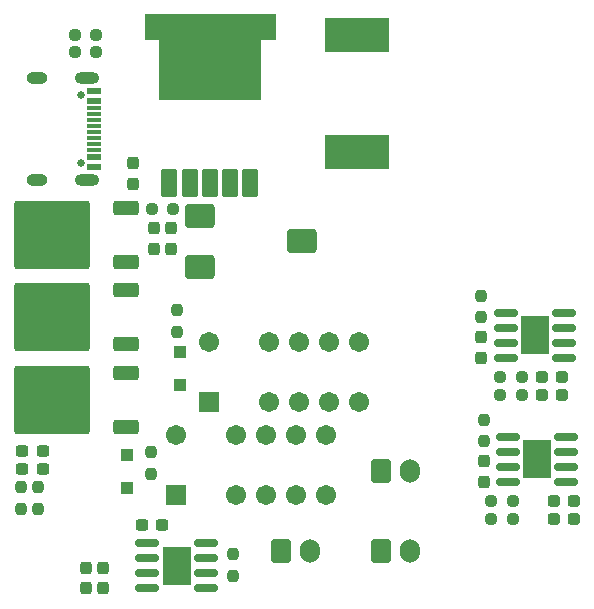
<source format=gbr>
%TF.GenerationSoftware,KiCad,Pcbnew,9.0.2*%
%TF.CreationDate,2025-10-13T00:09:24+02:00*%
%TF.ProjectId,STM32 RC AUTO,53544d33-3220-4524-9320-4155544f2e6b,rev?*%
%TF.SameCoordinates,Original*%
%TF.FileFunction,Soldermask,Top*%
%TF.FilePolarity,Negative*%
%FSLAX46Y46*%
G04 Gerber Fmt 4.6, Leading zero omitted, Abs format (unit mm)*
G04 Created by KiCad (PCBNEW 9.0.2) date 2025-10-13 00:09:24*
%MOMM*%
%LPD*%
G01*
G04 APERTURE LIST*
G04 Aperture macros list*
%AMRoundRect*
0 Rectangle with rounded corners*
0 $1 Rounding radius*
0 $2 $3 $4 $5 $6 $7 $8 $9 X,Y pos of 4 corners*
0 Add a 4 corners polygon primitive as box body*
4,1,4,$2,$3,$4,$5,$6,$7,$8,$9,$2,$3,0*
0 Add four circle primitives for the rounded corners*
1,1,$1+$1,$2,$3*
1,1,$1+$1,$4,$5*
1,1,$1+$1,$6,$7*
1,1,$1+$1,$8,$9*
0 Add four rect primitives between the rounded corners*
20,1,$1+$1,$2,$3,$4,$5,0*
20,1,$1+$1,$4,$5,$6,$7,0*
20,1,$1+$1,$6,$7,$8,$9,0*
20,1,$1+$1,$8,$9,$2,$3,0*%
G04 Aperture macros list end*
%ADD10C,0.010000*%
%ADD11RoundRect,0.102000X0.535000X-1.080000X0.535000X1.080000X-0.535000X1.080000X-0.535000X-1.080000X0*%
%ADD12RoundRect,0.250000X-1.000000X-0.750000X1.000000X-0.750000X1.000000X0.750000X-1.000000X0.750000X0*%
%ADD13RoundRect,0.237500X0.250000X0.237500X-0.250000X0.237500X-0.250000X-0.237500X0.250000X-0.237500X0*%
%ADD14RoundRect,0.237500X-0.250000X-0.237500X0.250000X-0.237500X0.250000X0.237500X-0.250000X0.237500X0*%
%ADD15RoundRect,0.250000X-0.600000X-0.750000X0.600000X-0.750000X0.600000X0.750000X-0.600000X0.750000X0*%
%ADD16O,1.700000X2.000000*%
%ADD17RoundRect,0.237500X-0.237500X0.287500X-0.237500X-0.287500X0.237500X-0.287500X0.237500X0.287500X0*%
%ADD18RoundRect,0.237500X-0.237500X0.250000X-0.237500X-0.250000X0.237500X-0.250000X0.237500X0.250000X0*%
%ADD19RoundRect,0.237500X0.237500X-0.250000X0.237500X0.250000X-0.237500X0.250000X-0.237500X-0.250000X0*%
%ADD20RoundRect,0.250000X0.300000X-0.300000X0.300000X0.300000X-0.300000X0.300000X-0.300000X-0.300000X0*%
%ADD21RoundRect,0.237500X0.287500X0.237500X-0.287500X0.237500X-0.287500X-0.237500X0.287500X-0.237500X0*%
%ADD22RoundRect,0.237500X-0.237500X0.300000X-0.237500X-0.300000X0.237500X-0.300000X0.237500X0.300000X0*%
%ADD23RoundRect,0.237500X0.300000X0.237500X-0.300000X0.237500X-0.300000X-0.237500X0.300000X-0.237500X0*%
%ADD24R,2.410000X3.300000*%
%ADD25RoundRect,0.150000X-0.825000X-0.150000X0.825000X-0.150000X0.825000X0.150000X-0.825000X0.150000X0*%
%ADD26RoundRect,0.150000X0.825000X0.150000X-0.825000X0.150000X-0.825000X-0.150000X0.825000X-0.150000X0*%
%ADD27RoundRect,0.237500X-0.300000X-0.237500X0.300000X-0.237500X0.300000X0.237500X-0.300000X0.237500X0*%
%ADD28RoundRect,0.102000X-0.754000X-0.754000X0.754000X-0.754000X0.754000X0.754000X-0.754000X0.754000X0*%
%ADD29C,1.712000*%
%ADD30R,5.400000X2.900000*%
%ADD31RoundRect,0.250000X0.850000X0.350000X-0.850000X0.350000X-0.850000X-0.350000X0.850000X-0.350000X0*%
%ADD32RoundRect,0.249997X2.950003X2.650003X-2.950003X2.650003X-2.950003X-2.650003X2.950003X-2.650003X0*%
%ADD33C,0.650000*%
%ADD34R,1.240000X0.600000*%
%ADD35R,1.240000X0.300000*%
%ADD36O,2.100000X1.000000*%
%ADD37O,1.800000X1.000000*%
G04 APERTURE END LIST*
D10*
%TO.C,VR1*%
X74000000Y-97385000D02*
X72765000Y-97385000D01*
X72765000Y-102465000D01*
X64235000Y-102465000D01*
X64235000Y-97385000D01*
X63000000Y-97385000D01*
X63000000Y-95275000D01*
X74000000Y-95275000D01*
X74000000Y-97385000D01*
G36*
X74000000Y-97385000D02*
G01*
X72765000Y-97385000D01*
X72765000Y-102465000D01*
X64235000Y-102465000D01*
X64235000Y-97385000D01*
X63000000Y-97385000D01*
X63000000Y-95275000D01*
X74000000Y-95275000D01*
X74000000Y-97385000D01*
G37*
%TD*%
D11*
%TO.C,VR1*%
X71900000Y-109545000D03*
X70200000Y-109545000D03*
X68500000Y-109545000D03*
X66800000Y-109545000D03*
X65100000Y-109545000D03*
%TD*%
D12*
%TO.C,RV2*%
X67675000Y-112350000D03*
X76325000Y-114500000D03*
X67675000Y-116650000D03*
%TD*%
D13*
%TO.C,R1*%
X63587500Y-111750000D03*
X65412500Y-111750000D03*
%TD*%
D14*
%TO.C,R10*%
X94912500Y-126000000D03*
X93087500Y-126000000D03*
%TD*%
D15*
%TO.C,J4*%
X83000000Y-133975000D03*
D16*
X85500000Y-133975000D03*
%TD*%
D15*
%TO.C,J3*%
X83000000Y-140725000D03*
D16*
X85500000Y-140725000D03*
%TD*%
D15*
%TO.C,J2*%
X74500000Y-140725000D03*
D16*
X77000000Y-140725000D03*
%TD*%
D17*
%TO.C,D1*%
X59500000Y-142125000D03*
X59500000Y-143875000D03*
%TD*%
D18*
%TO.C,R15*%
X63500000Y-132337500D03*
X63500000Y-134162500D03*
%TD*%
D19*
%TO.C,R14*%
X65750000Y-122162500D03*
X65750000Y-120337500D03*
%TD*%
%TO.C,R12*%
X91500000Y-120912500D03*
X91500000Y-119087500D03*
%TD*%
D14*
%TO.C,R11*%
X93087500Y-127500000D03*
X94912500Y-127500000D03*
%TD*%
D19*
%TO.C,R9*%
X91750000Y-131412500D03*
X91750000Y-129587500D03*
%TD*%
D13*
%TO.C,R8*%
X94162500Y-138000000D03*
X92337500Y-138000000D03*
%TD*%
%TO.C,R7*%
X94162500Y-136500000D03*
X92337500Y-136500000D03*
%TD*%
D18*
%TO.C,R6*%
X54000000Y-135337500D03*
X54000000Y-137162500D03*
%TD*%
%TO.C,R5*%
X52500000Y-135337500D03*
X52500000Y-137162500D03*
%TD*%
D19*
%TO.C,R4*%
X70500000Y-142825000D03*
X70500000Y-141000000D03*
%TD*%
D20*
%TO.C,D9*%
X66000000Y-126650000D03*
X66000000Y-123850000D03*
%TD*%
%TO.C,D8*%
X61500000Y-135400000D03*
X61500000Y-132600000D03*
%TD*%
D21*
%TO.C,D6*%
X98375000Y-127500000D03*
X96625000Y-127500000D03*
%TD*%
%TO.C,D5*%
X98375000Y-126000000D03*
X96625000Y-126000000D03*
%TD*%
%TO.C,D4*%
X99375000Y-138000000D03*
X97625000Y-138000000D03*
%TD*%
%TO.C,D3*%
X99375000Y-136500000D03*
X97625000Y-136500000D03*
%TD*%
D17*
%TO.C,D2*%
X58000000Y-142125000D03*
X58000000Y-143875000D03*
%TD*%
D22*
%TO.C,C4*%
X91500000Y-122637500D03*
X91500000Y-124362500D03*
%TD*%
%TO.C,C3*%
X91750000Y-133137500D03*
X91750000Y-134862500D03*
%TD*%
D23*
%TO.C,C2*%
X64475000Y-138500000D03*
X62750000Y-138500000D03*
%TD*%
D24*
%TO.C,U6*%
X96200000Y-132950000D03*
D25*
X98675000Y-131045000D03*
X98675000Y-132315000D03*
X98675000Y-133585000D03*
X98675000Y-134855000D03*
X93725000Y-134855000D03*
X93725000Y-133585000D03*
X93725000Y-132315000D03*
X93725000Y-131045000D03*
%TD*%
D24*
%TO.C,U3*%
X65700000Y-141950000D03*
D26*
X63225000Y-143855000D03*
X63225000Y-142585000D03*
X63225000Y-141315000D03*
X63225000Y-140045000D03*
X68175000Y-140045000D03*
X68175000Y-141315000D03*
X68175000Y-142585000D03*
X68175000Y-143855000D03*
%TD*%
D24*
%TO.C,U8*%
X96050000Y-122450000D03*
D25*
X98525000Y-120545000D03*
X98525000Y-121815000D03*
X98525000Y-123085000D03*
X98525000Y-124355000D03*
X93575000Y-124355000D03*
X93575000Y-123085000D03*
X93575000Y-121815000D03*
X93575000Y-120545000D03*
%TD*%
D22*
%TO.C,C9*%
X65250000Y-113387500D03*
X65250000Y-115112500D03*
%TD*%
%TO.C,C8*%
X63750000Y-113387500D03*
X63750000Y-115112500D03*
%TD*%
D23*
%TO.C,C6*%
X54362500Y-132250000D03*
X52637500Y-132250000D03*
%TD*%
D27*
%TO.C,C5*%
X52637500Y-133750000D03*
X54362500Y-133750000D03*
%TD*%
D28*
%TO.C,K2*%
X68450000Y-128090000D03*
D29*
X68450000Y-123010000D03*
X73530000Y-123010000D03*
X73530000Y-128090000D03*
X76070000Y-123010000D03*
X78610000Y-123010000D03*
X81150000Y-123010000D03*
X76070000Y-128090000D03*
X78610000Y-128090000D03*
X81150000Y-128090000D03*
%TD*%
D28*
%TO.C,K1*%
X65670000Y-136000000D03*
D29*
X65670000Y-130920000D03*
X70750000Y-130920000D03*
X70750000Y-136000000D03*
X73290000Y-130920000D03*
X75830000Y-130920000D03*
X78370000Y-130920000D03*
X73290000Y-136000000D03*
X75830000Y-136000000D03*
X78370000Y-136000000D03*
%TD*%
D30*
%TO.C,L1*%
X81000000Y-97050000D03*
X81000000Y-106950000D03*
%TD*%
D13*
%TO.C,R13*%
X58912500Y-98500000D03*
X57087500Y-98500000D03*
%TD*%
%TO.C,R2*%
X58912500Y-97000000D03*
X57087500Y-97000000D03*
%TD*%
D31*
%TO.C,U4*%
X61450000Y-123207500D03*
D32*
X55150000Y-120927500D03*
D31*
X61450000Y-118647500D03*
%TD*%
D22*
%TO.C,C1*%
X62000000Y-107887500D03*
X62000000Y-109612500D03*
%TD*%
D31*
%TO.C,U5*%
X61450000Y-130207500D03*
D32*
X55150000Y-127927500D03*
D31*
X61450000Y-125647500D03*
%TD*%
D33*
%TO.C,J1*%
X57605000Y-102110000D03*
X57605000Y-107890000D03*
D34*
X58725000Y-101800000D03*
X58725000Y-102600000D03*
D35*
X58725000Y-103750000D03*
X58725000Y-104750000D03*
X58725000Y-105250000D03*
X58725000Y-106250000D03*
D34*
X58725000Y-107400000D03*
X58725000Y-108200000D03*
X58725000Y-108200000D03*
X58725000Y-107400000D03*
D35*
X58725000Y-106750000D03*
X58725000Y-105750000D03*
X58725000Y-104250000D03*
X58725000Y-103250000D03*
D34*
X58725000Y-102600000D03*
X58725000Y-101800000D03*
D36*
X58125000Y-100680000D03*
D37*
X53925000Y-100680000D03*
D36*
X58125000Y-109320000D03*
D37*
X53925000Y-109320000D03*
%TD*%
D31*
%TO.C,U1*%
X61450000Y-116207500D03*
D32*
X55150000Y-113927500D03*
D31*
X61450000Y-111647500D03*
%TD*%
M02*

</source>
